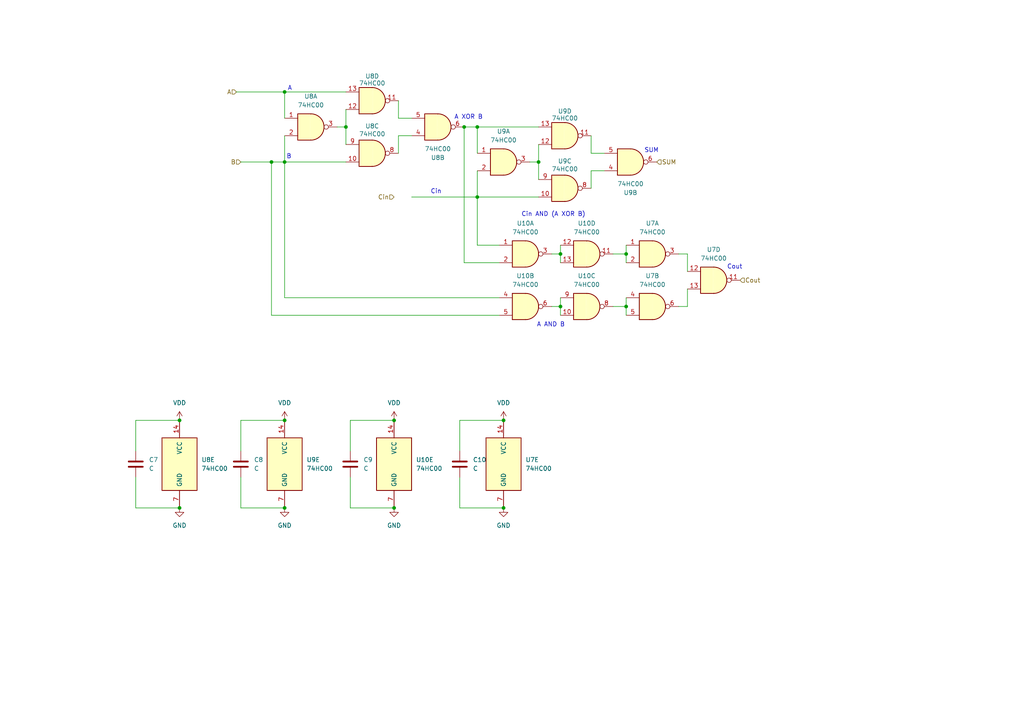
<source format=kicad_sch>
(kicad_sch (version 20231120) (generator "eeschema") (generator_version "8.0")
  (paper "A4")
  (lib_symbols
    (symbol "74xx:74HC00" (pin_names (offset 1.016))
      (property "Reference" "U" (at 0 1.27 0))
      (property "Value" "74HC00" (at 0 -1.27 0))
      (symbol "74HC00_1_1"
        (arc (start 0 -3.81) (mid 3.7934 0) (end 0 3.81) (stroke (width 0.254)) (fill (type background)))
        (polyline (pts (xy 0 3.81) (xy -3.81 3.81) (xy -3.81 -3.81) (xy 0 -3.81)) (stroke (width 0.254)) (fill (type background)))
        (pin input line (at -7.62 2.54 0) (length 3.81) (name "~") (number "1"))
        (pin input line (at -7.62 -2.54 0) (length 3.81) (name "~") (number "2"))
        (pin output inverted (at 7.62 0 180) (length 3.81) (name "~") (number "3"))
      )
      (symbol "74HC00_1_2"
        (arc (start -3.81 -3.81) (mid -2.589 0) (end -3.81 3.81) (stroke (width 0.254)))
        (arc (start -0.6096 -3.81) (mid 2.1842 -2.5851) (end 3.81 0) (stroke (width 0.254)) (fill (type background)))
        (polyline (pts (xy -3.81 -3.81) (xy -0.635 -3.81)) (stroke (width 0.254)) (fill (type background)))
        (polyline (pts (xy -3.81 3.81) (xy -0.635 3.81)) (stroke (width 0.254)) (fill (type background)))
        (polyline (pts (xy -0.635 3.81) (xy -3.81 3.81) (xy -3.81 3.81) (xy -3.556 3.4036) (xy -3.0226 2.2606) (xy -2.6924 1.0414) (xy -2.6162 -0.254) (xy -2.7686 -1.4986) (xy -3.175 -2.7178) (xy -3.81 -3.81) (xy -3.81 -3.81) (xy -0.635 -3.81)) (stroke (width -25.4)) (fill (type background)))
        (arc (start 3.81 0) (mid 2.1915 2.5936) (end -0.6096 3.81) (stroke (width 0.254)) (fill (type background)))
        (pin input inverted (at -7.62 2.54 0) (length 4.318) (name "~") (number "1"))
        (pin input inverted (at -7.62 -2.54 0) (length 4.318) (name "~") (number "2"))
        (pin output line (at 7.62 0 180) (length 3.81) (name "~") (number "3"))
      )
      (symbol "74HC00_2_1"
        (arc (start 0 -3.81) (mid 3.7934 0) (end 0 3.81) (stroke (width 0.254)) (fill (type background)))
        (polyline (pts (xy 0 3.81) (xy -3.81 3.81) (xy -3.81 -3.81) (xy 0 -3.81)) (stroke (width 0.254)) (fill (type background)))
        (pin input line (at -7.62 2.54 0) (length 3.81) (name "~") (number "4"))
        (pin input line (at -7.62 -2.54 0) (length 3.81) (name "~") (number "5"))
        (pin output inverted (at 7.62 0 180) (length 3.81) (name "~") (number "6"))
      )
      (symbol "74HC00_2_2"
        (arc (start -3.81 -3.81) (mid -2.589 0) (end -3.81 3.81) (stroke (width 0.254)))
        (arc (start -0.6096 -3.81) (mid 2.1842 -2.5851) (end 3.81 0) (stroke (width 0.254)) (fill (type background)))
        (polyline (pts (xy -3.81 -3.81) (xy -0.635 -3.81)) (stroke (width 0.254)) (fill (type background)))
        (polyline (pts (xy -3.81 3.81) (xy -0.635 3.81)) (stroke (width 0.254)) (fill (type background)))
        (polyline (pts (xy -0.635 3.81) (xy -3.81 3.81) (xy -3.81 3.81) (xy -3.556 3.4036) (xy -3.0226 2.2606) (xy -2.6924 1.0414) (xy -2.6162 -0.254) (xy -2.7686 -1.4986) (xy -3.175 -2.7178) (xy -3.81 -3.81) (xy -3.81 -3.81) (xy -0.635 -3.81)) (stroke (width -25.4)) (fill (type background)))
        (arc (start 3.81 0) (mid 2.1915 2.5936) (end -0.6096 3.81) (stroke (width 0.254)) (fill (type background)))
        (pin input inverted (at -7.62 2.54 0) (length 4.318) (name "~") (number "4"))
        (pin input inverted (at -7.62 -2.54 0) (length 4.318) (name "~") (number "5"))
        (pin output line (at 7.62 0 180) (length 3.81) (name "~") (number "6"))
      )
      (symbol "74HC00_3_1"
        (arc (start 0 -3.81) (mid 3.7934 0) (end 0 3.81) (stroke (width 0.254)) (fill (type background)))
        (polyline (pts (xy 0 3.81) (xy -3.81 3.81) (xy -3.81 -3.81) (xy 0 -3.81)) (stroke (width 0.254)) (fill (type background)))
        (pin input line (at -7.62 -2.54 0) (length 3.81) (name "~") (number "10"))
        (pin output inverted (at 7.62 0 180) (length 3.81) (name "~") (number "8"))
        (pin input line (at -7.62 2.54 0) (length 3.81) (name "~") (number "9"))
      )
      (symbol "74HC00_3_2"
        (arc (start -3.81 -3.81) (mid -2.589 0) (end -3.81 3.81) (stroke (width 0.254)))
        (arc (start -0.6096 -3.81) (mid 2.1842 -2.5851) (end 3.81 0) (stroke (width 0.254)) (fill (type background)))
        (polyline (pts (xy -3.81 -3.81) (xy -0.635 -3.81)) (stroke (width 0.254)) (fill (type background)))
        (polyline (pts (xy -3.81 3.81) (xy -0.635 3.81)) (stroke (width 0.254)) (fill (type background)))
        (polyline (pts (xy -0.635 3.81) (xy -3.81 3.81) (xy -3.81 3.81) (xy -3.556 3.4036) (xy -3.0226 2.2606) (xy -2.6924 1.0414) (xy -2.6162 -0.254) (xy -2.7686 -1.4986) (xy -3.175 -2.7178) (xy -3.81 -3.81) (xy -3.81 -3.81) (xy -0.635 -3.81)) (stroke (width -25.4)) (fill (type background)))
        (arc (start 3.81 0) (mid 2.1915 2.5936) (end -0.6096 3.81) (stroke (width 0.254)) (fill (type background)))
        (pin input inverted (at -7.62 -2.54 0) (length 4.318) (name "~") (number "10"))
        (pin output line (at 7.62 0 180) (length 3.81) (name "~") (number "8"))
        (pin input inverted (at -7.62 2.54 0) (length 4.318) (name "~") (number "9"))
      )
      (symbol "74HC00_4_1"
        (arc (start 0 -3.81) (mid 3.7934 0) (end 0 3.81) (stroke (width 0.254)) (fill (type background)))
        (polyline (pts (xy 0 3.81) (xy -3.81 3.81) (xy -3.81 -3.81) (xy 0 -3.81)) (stroke (width 0.254)) (fill (type background)))
        (pin output inverted (at 7.62 0 180) (length 3.81) (name "~") (number "11"))
        (pin input line (at -7.62 2.54 0) (length 3.81) (name "~") (number "12"))
        (pin input line (at -7.62 -2.54 0) (length 3.81) (name "~") (number "13"))
      )
      (symbol "74HC00_4_2"
        (arc (start -3.81 -3.81) (mid -2.589 0) (end -3.81 3.81) (stroke (width 0.254)))
        (arc (start -0.6096 -3.81) (mid 2.1842 -2.5851) (end 3.81 0) (stroke (width 0.254)) (fill (type background)))
        (polyline (pts (xy -3.81 -3.81) (xy -0.635 -3.81)) (stroke (width 0.254)) (fill (type background)))
        (polyline (pts (xy -3.81 3.81) (xy -0.635 3.81)) (stroke (width 0.254)) (fill (type background)))
        (polyline (pts (xy -0.635 3.81) (xy -3.81 3.81) (xy -3.81 3.81) (xy -3.556 3.4036) (xy -3.0226 2.2606) (xy -2.6924 1.0414) (xy -2.6162 -0.254) (xy -2.7686 -1.4986) (xy -3.175 -2.7178) (xy -3.81 -3.81) (xy -3.81 -3.81) (xy -0.635 -3.81)) (stroke (width -25.4)) (fill (type background)))
        (arc (start 3.81 0) (mid 2.1915 2.5936) (end -0.6096 3.81) (stroke (width 0.254)) (fill (type background)))
        (pin output line (at 7.62 0 180) (length 3.81) (name "~") (number "11"))
        (pin input inverted (at -7.62 2.54 0) (length 4.318) (name "~") (number "12"))
        (pin input inverted (at -7.62 -2.54 0) (length 4.318) (name "~") (number "13"))
      )
      (symbol "74HC00_5_0"
        (pin power_in line (at 0 12.7 270) (length 5.08) (name "VCC") (number "14"))
        (pin power_in line (at 0 -12.7 90) (length 5.08) (name "GND") (number "7"))
      )
      (symbol "74HC00_5_1"
        (rectangle (start -5.08 7.62) (end 5.08 -7.62) (stroke (width 0.254)) (fill (type background)))
      )
    )
    (symbol "Device:C" (pin_numbers hide) (pin_names (offset 0.254))
      (property "Reference" "C" (at 0.635 2.54 0))
      (property "Value" "C" (at 0.635 -2.54 0))
      (symbol "C_0_1"
        (polyline (pts (xy -2.032 -0.762) (xy 2.032 -0.762)) (stroke (width 0.508)))
        (polyline (pts (xy -2.032 0.762) (xy 2.032 0.762)) (stroke (width 0.508)))
      )
      (symbol "C_1_1"
        (pin passive line (at 0 3.81 270) (length 2.794) (name "~") (number "1"))
        (pin passive line (at 0 -3.81 90) (length 2.794) (name "~") (number "2"))
      )
    )
    (symbol "power:GND" (power) (pin_numbers hide) (pin_names (offset 0) hide)
      (property "Value" "GND" (at 0 -3.81 0))
      (symbol "GND_0_1"
        (polyline (pts (xy 0 0) (xy 0 -1.27) (xy 1.27 -1.27) (xy 0 -2.54) (xy -1.27 -1.27) (xy 0 -1.27)))
      )
      (symbol "GND_1_1"
        (pin power_in line (at 0 0 270) (length 0) (name "~") (number "1"))
      )
    )
    (symbol "power:VDD" (power) (pin_numbers hide) (pin_names (offset 0) hide)
      (property "Value" "VDD" (at 0 3.556 0))
      (symbol "VDD_0_1"
        (polyline (pts (xy -0.762 1.27) (xy 0 2.54)))
        (polyline (pts (xy 0 0) (xy 0 2.54)))
        (polyline (pts (xy 0 2.54) (xy 0.762 1.27)))
      )
      (symbol "VDD_1_1"
        (pin power_in line (at 0 0 90) (length 0) (name "~") (number "1"))
      )
    )
  )
  (junction (at 181.61 73.66))
  (junction (at 162.56 88.9))
  (junction (at 100.33 36.83))
  (junction (at 146.05 147.32))
  (junction (at 162.56 73.66))
  (junction (at 114.3 147.32))
  (junction (at 82.55 46.99))
  (junction (at 82.55 147.32))
  (junction (at 52.07 147.32))
  (junction (at 181.61 88.9))
  (junction (at 138.43 57.15))
  (junction (at 138.43 36.83))
  (junction (at 156.21 46.99))
  (junction (at 134.62 36.83))
  (junction (at 146.05 121.92))
  (junction (at 82.55 121.92))
  (junction (at 52.07 121.92))
  (junction (at 114.3 121.92))
  (junction (at 82.55 26.67))
  (junction (at 78.74 46.99))
  (wire (pts (xy 146.05 147.32) (xy 133.35 147.32)))
  (wire (pts (xy 78.74 46.99) (xy 82.55 46.99)))
  (wire (pts (xy 144.78 76.2) (xy 134.62 76.2)))
  (wire (pts (xy 144.78 86.36) (xy 82.55 86.36)))
  (wire (pts (xy 144.78 71.12) (xy 138.43 71.12)))
  (wire (pts (xy 171.45 44.45) (xy 175.26 44.45)))
  (wire (pts (xy 82.55 147.32) (xy 69.85 147.32)))
  (wire (pts (xy 196.85 88.9) (xy 199.39 88.9)))
  (wire (pts (xy 162.56 86.36) (xy 162.56 88.9)))
  (wire (pts (xy 100.33 36.83) (xy 100.33 41.91)))
  (wire (pts (xy 181.61 86.36) (xy 181.61 88.9)))
  (wire (pts (xy 100.33 26.67) (xy 82.55 26.67)))
  (wire (pts (xy 82.55 86.36) (xy 82.55 46.99)))
  (wire (pts (xy 146.05 121.92) (xy 133.35 121.92)))
  (wire (pts (xy 160.02 88.9) (xy 162.56 88.9)))
  (wire (pts (xy 100.33 46.99) (xy 82.55 46.99)))
  (wire (pts (xy 171.45 54.61) (xy 171.45 49.53)))
  (wire (pts (xy 138.43 49.53) (xy 138.43 57.15)))
  (wire (pts (xy 138.43 71.12) (xy 138.43 57.15)))
  (wire (pts (xy 177.8 88.9) (xy 181.61 88.9)))
  (wire (pts (xy 100.33 31.75) (xy 100.33 36.83)))
  (wire (pts (xy 171.45 39.37) (xy 171.45 44.45)))
  (wire (pts (xy 114.3 147.32) (xy 101.6 147.32)))
  (wire (pts (xy 199.39 78.74) (xy 199.39 73.66)))
  (wire (pts (xy 39.37 121.92) (xy 39.37 130.81)))
  (wire (pts (xy 115.57 39.37) (xy 119.38 39.37)))
  (wire (pts (xy 156.21 41.91) (xy 156.21 46.99)))
  (wire (pts (xy 68.58 26.67) (xy 82.55 26.67)))
  (wire (pts (xy 162.56 73.66) (xy 162.56 71.12)))
  (wire (pts (xy 199.39 73.66) (xy 196.85 73.66)))
  (wire (pts (xy 97.79 36.83) (xy 100.33 36.83)))
  (wire (pts (xy 144.78 91.44) (xy 78.74 91.44)))
  (wire (pts (xy 78.74 91.44) (xy 78.74 46.99)))
  (wire (pts (xy 153.67 46.99) (xy 156.21 46.99)))
  (wire (pts (xy 114.3 121.92) (xy 101.6 121.92)))
  (wire (pts (xy 52.07 147.32) (xy 39.37 147.32)))
  (wire (pts (xy 156.21 36.83) (xy 138.43 36.83)))
  (wire (pts (xy 69.85 121.92) (xy 69.85 130.81)))
  (wire (pts (xy 69.85 46.99) (xy 78.74 46.99)))
  (wire (pts (xy 199.39 88.9) (xy 199.39 83.82)))
  (wire (pts (xy 134.62 76.2) (xy 134.62 36.83)))
  (wire (pts (xy 119.38 57.15) (xy 138.43 57.15)))
  (wire (pts (xy 181.61 73.66) (xy 181.61 76.2)))
  (wire (pts (xy 101.6 147.32) (xy 101.6 138.43)))
  (wire (pts (xy 160.02 73.66) (xy 162.56 73.66)))
  (wire (pts (xy 171.45 49.53) (xy 175.26 49.53)))
  (wire (pts (xy 181.61 71.12) (xy 181.61 73.66)))
  (wire (pts (xy 101.6 121.92) (xy 101.6 130.81)))
  (wire (pts (xy 82.55 26.67) (xy 82.55 34.29)))
  (wire (pts (xy 156.21 57.15) (xy 138.43 57.15)))
  (wire (pts (xy 133.35 121.92) (xy 133.35 130.81)))
  (wire (pts (xy 134.62 36.83) (xy 138.43 36.83)))
  (wire (pts (xy 115.57 29.21) (xy 115.57 34.29)))
  (wire (pts (xy 82.55 121.92) (xy 69.85 121.92)))
  (wire (pts (xy 82.55 39.37) (xy 82.55 46.99)))
  (wire (pts (xy 115.57 34.29) (xy 119.38 34.29)))
  (wire (pts (xy 52.07 121.92) (xy 39.37 121.92)))
  (wire (pts (xy 115.57 44.45) (xy 115.57 39.37)))
  (wire (pts (xy 138.43 36.83) (xy 138.43 44.45)))
  (wire (pts (xy 156.21 46.99) (xy 156.21 52.07)))
  (wire (pts (xy 69.85 147.32) (xy 69.85 138.43)))
  (wire (pts (xy 181.61 88.9) (xy 181.61 91.44)))
  (wire (pts (xy 39.37 147.32) (xy 39.37 138.43)))
  (wire (pts (xy 162.56 88.9) (xy 162.56 91.44)))
  (wire (pts (xy 162.56 73.66) (xy 162.56 76.2)))
  (wire (pts (xy 133.35 147.32) (xy 133.35 138.43)))
  (wire (pts (xy 177.8 73.66) (xy 181.61 73.66)))
  (text "A AND B" (at 159.766 94.234 0) (effects (font (size 1.27 1.27))))
  (text "B" (at 83.82 45.466 0) (effects (font (size 1.27 1.27))))
  (text "Cin" (at 126.492 55.626 0) (effects (font (size 1.27 1.27))))
  (text "Cout" (at 213.106 77.47 0) (effects (font (size 1.27 1.27))))
  (text "A XOR B" (at 135.89 34.036 0) (effects (font (size 1.27 1.27))))
  (text "SUM" (at 188.976 43.688 0) (effects (font (size 1.27 1.27))))
  (text "Cin AND (A XOR B)" (at 160.528 62.23 0) (effects (font (size 1.27 1.27))))
  (text "A" (at 84.074 25.654 0) (effects (font (size 1.27 1.27))))
  (hierarchical_label "SUM" (shape input) (at 190.5 46.99 0))
  (hierarchical_label "A" (shape input) (at 68.58 26.67 180))
  (hierarchical_label "Cin" (shape input) (at 114.3 57.15 180))
  (hierarchical_label "B" (shape input) (at 69.85 46.99 180))
  (hierarchical_label "Cout" (shape input) (at 214.63 81.28 0))
  (symbol (lib_id "74xx:74HC00") (at 146.05 46.99 0) (unit 1)
    (property "Reference" "U9" (at 146.0417 38.1 0))
    (property "Value" "74HC00" (at 146.0417 40.64 0))
    (property "Datasheet" "http://www.ti.com/lit/gpn/sn74hc00" (effects (hide yes)))
    (property "Description" "quad 2-input NAND gate" (effects (hide yes)))
  )
  (symbol (lib_id "74xx:74HC00") (at 207.01 81.28 0) (unit 4)
    (property "Reference" "U7" (at 207.0017 72.39 0))
    (property "Value" "74HC00" (at 207.0017 74.93 0))
    (property "Datasheet" "http://www.ti.com/lit/gpn/sn74hc00" (effects (hide yes)))
    (property "Description" "quad 2-input NAND gate" (effects (hide yes)))
  )
  (symbol (lib_id "power:GND") (at 114.3 147.32 0) (unit 1)
    (property "Reference" "#PWR020" (effects (hide yes)))
    (property "Value" "GND" (at 114.3 152.4 0))
    (property "Description" "Power symbol creates a global label with name \"GND\" , ground" (effects (hide yes)))
  )
  (symbol (lib_id "74xx:74HC00") (at 127 36.83 0) (mirror x) (unit 2)
    (property "Reference" "U8" (at 126.9917 45.72 0))
    (property "Value" "74HC00" (at 126.9917 43.18 0))
    (property "Datasheet" "http://www.ti.com/lit/gpn/sn74hc00" (effects (hide yes)))
    (property "Description" "quad 2-input NAND gate" (effects (hide yes)))
  )
  (symbol (lib_id "Device:C") (at 133.35 134.62 0) (unit 1)
    (property "Reference" "C10" (at 137.16 133.3499 0) (effects (justify left)))
    (property "Value" "C" (at 137.16 135.8899 0) (effects (justify left)))
    (property "Description" "Unpolarized capacitor" (effects (hide yes)))
  )
  (symbol (lib_id "74xx:74HC00") (at 90.17 36.83 0) (unit 1)
    (property "Reference" "U8" (at 90.1617 27.94 0))
    (property "Value" "74HC00" (at 90.1617 30.48 0))
    (property "Datasheet" "http://www.ti.com/lit/gpn/sn74hc00" (effects (hide yes)))
    (property "Description" "quad 2-input NAND gate" (effects (hide yes)))
  )
  (symbol (lib_id "74xx:74HC00") (at 163.83 54.61 0) (unit 3)
    (property "Reference" "U9" (at 163.83 46.736 0))
    (property "Value" "74HC00" (at 163.83 49.022 0))
    (property "Datasheet" "http://www.ti.com/lit/gpn/sn74hc00" (effects (hide yes)))
    (property "Description" "quad 2-input NAND gate" (effects (hide yes)))
  )
  (symbol (lib_id "Device:C") (at 39.37 134.62 0) (unit 1)
    (property "Reference" "C7" (at 43.18 133.3499 0) (effects (justify left)))
    (property "Value" "C" (at 43.18 135.8899 0) (effects (justify left)))
    (property "Description" "Unpolarized capacitor" (effects (hide yes)))
  )
  (symbol (lib_id "74xx:74HC00") (at 114.3 134.62 0) (unit 5)
    (property "Reference" "U10" (at 120.65 133.3499 0) (effects (justify left)))
    (property "Value" "74HC00" (at 120.65 135.8899 0) (effects (justify left)))
    (property "Datasheet" "http://www.ti.com/lit/gpn/sn74hc00" (effects (hide yes)))
    (property "Description" "quad 2-input NAND gate" (effects (hide yes)))
  )
  (symbol (lib_id "power:VDD") (at 52.07 121.92 0) (unit 1)
    (property "Reference" "#PWR015" (effects (hide yes)))
    (property "Value" "VDD" (at 52.07 116.84 0))
    (property "Description" "Power symbol creates a global label with name \"VDD\"" (effects (hide yes)))
  )
  (symbol (lib_id "74xx:74HC00") (at 182.88 46.99 0) (mirror x) (unit 2)
    (property "Reference" "U9" (at 182.8717 55.88 0))
    (property "Value" "74HC00" (at 182.8717 53.34 0))
    (property "Datasheet" "http://www.ti.com/lit/gpn/sn74hc00" (effects (hide yes)))
    (property "Description" "quad 2-input NAND gate" (effects (hide yes)))
  )
  (symbol (lib_id "Device:C") (at 69.85 134.62 0) (unit 1)
    (property "Reference" "C8" (at 73.66 133.3499 0) (effects (justify left)))
    (property "Value" "C" (at 73.66 135.8899 0) (effects (justify left)))
    (property "Description" "Unpolarized capacitor" (effects (hide yes)))
  )
  (symbol (lib_id "74xx:74HC00") (at 152.4 73.66 0) (unit 1)
    (property "Reference" "U10" (at 152.3917 64.77 0))
    (property "Value" "74HC00" (at 152.3917 67.31 0))
    (property "Datasheet" "http://www.ti.com/lit/gpn/sn74hc00" (effects (hide yes)))
    (property "Description" "quad 2-input NAND gate" (effects (hide yes)))
  )
  (symbol (lib_id "74xx:74HC00") (at 170.18 88.9 0) (unit 3)
    (property "Reference" "U10" (at 170.1717 80.01 0))
    (property "Value" "74HC00" (at 170.1717 82.55 0))
    (property "Datasheet" "http://www.ti.com/lit/gpn/sn74hc00" (effects (hide yes)))
    (property "Description" "quad 2-input NAND gate" (effects (hide yes)))
  )
  (symbol (lib_id "power:VDD") (at 146.05 121.92 0) (unit 1)
    (property "Reference" "#PWR021" (effects (hide yes)))
    (property "Value" "VDD" (at 146.05 116.84 0))
    (property "Description" "Power symbol creates a global label with name \"VDD\"" (effects (hide yes)))
  )
  (symbol (lib_id "74xx:74HC00") (at 189.23 88.9 0) (unit 2)
    (property "Reference" "U7" (at 189.2217 80.01 0))
    (property "Value" "74HC00" (at 189.2217 82.55 0))
    (property "Datasheet" "http://www.ti.com/lit/gpn/sn74hc00" (effects (hide yes)))
    (property "Description" "quad 2-input NAND gate" (effects (hide yes)))
  )
  (symbol (lib_id "74xx:74HC00") (at 107.95 29.21 0) (mirror x) (unit 4)
    (property "Reference" "U8" (at 107.95 22.098 0))
    (property "Value" "74HC00" (at 107.95 24.13 0))
    (property "Datasheet" "http://www.ti.com/lit/gpn/sn74hc00" (effects (hide yes)))
    (property "Description" "quad 2-input NAND gate" (effects (hide yes)))
  )
  (symbol (lib_id "power:VDD") (at 114.3 121.92 0) (unit 1)
    (property "Reference" "#PWR019" (effects (hide yes)))
    (property "Value" "VDD" (at 114.3 116.84 0))
    (property "Description" "Power symbol creates a global label with name \"VDD\"" (effects (hide yes)))
  )
  (symbol (lib_id "power:GND") (at 82.55 147.32 0) (unit 1)
    (property "Reference" "#PWR018" (effects (hide yes)))
    (property "Value" "GND" (at 82.55 152.4 0))
    (property "Description" "Power symbol creates a global label with name \"GND\" , ground" (effects (hide yes)))
  )
  (symbol (lib_id "Device:C") (at 101.6 134.62 0) (unit 1)
    (property "Reference" "C9" (at 105.41 133.3499 0) (effects (justify left)))
    (property "Value" "C" (at 105.41 135.8899 0) (effects (justify left)))
    (property "Description" "Unpolarized capacitor" (effects (hide yes)))
  )
  (symbol (lib_id "74xx:74HC00") (at 107.95 44.45 0) (unit 3)
    (property "Reference" "U8" (at 107.95 36.576 0))
    (property "Value" "74HC00" (at 107.95 38.862 0))
    (property "Datasheet" "http://www.ti.com/lit/gpn/sn74hc00" (effects (hide yes)))
    (property "Description" "quad 2-input NAND gate" (effects (hide yes)))
  )
  (symbol (lib_id "74xx:74HC00") (at 189.23 73.66 0) (unit 1)
    (property "Reference" "U7" (at 189.2217 64.77 0))
    (property "Value" "74HC00" (at 189.2217 67.31 0))
    (property "Datasheet" "http://www.ti.com/lit/gpn/sn74hc00" (effects (hide yes)))
    (property "Description" "quad 2-input NAND gate" (effects (hide yes)))
  )
  (symbol (lib_id "74xx:74HC00") (at 146.05 134.62 0) (unit 5)
    (property "Reference" "U7" (at 152.4 133.3499 0) (effects (justify left)))
    (property "Value" "74HC00" (at 152.4 135.8899 0) (effects (justify left)))
    (property "Datasheet" "http://www.ti.com/lit/gpn/sn74hc00" (effects (hide yes)))
    (property "Description" "quad 2-input NAND gate" (effects (hide yes)))
  )
  (symbol (lib_id "74xx:74HC00") (at 163.83 39.37 0) (mirror x) (unit 4)
    (property "Reference" "U9" (at 163.83 32.258 0))
    (property "Value" "74HC00" (at 163.83 34.29 0))
    (property "Datasheet" "http://www.ti.com/lit/gpn/sn74hc00" (effects (hide yes)))
    (property "Description" "quad 2-input NAND gate" (effects (hide yes)))
  )
  (symbol (lib_id "power:GND") (at 52.07 147.32 0) (unit 1)
    (property "Reference" "#PWR016" (effects (hide yes)))
    (property "Value" "GND" (at 52.07 152.4 0))
    (property "Description" "Power symbol creates a global label with name \"GND\" , ground" (effects (hide yes)))
  )
  (symbol (lib_id "74xx:74HC00") (at 82.55 134.62 0) (unit 5)
    (property "Reference" "U9" (at 88.9 133.3499 0) (effects (justify left)))
    (property "Value" "74HC00" (at 88.9 135.8899 0) (effects (justify left)))
    (property "Datasheet" "http://www.ti.com/lit/gpn/sn74hc00" (effects (hide yes)))
    (property "Description" "quad 2-input NAND gate" (effects (hide yes)))
  )
  (symbol (lib_id "74xx:74HC00") (at 52.07 134.62 0) (unit 5)
    (property "Reference" "U8" (at 58.42 133.3499 0) (effects (justify left)))
    (property "Value" "74HC00" (at 58.42 135.8899 0) (effects (justify left)))
    (property "Datasheet" "http://www.ti.com/lit/gpn/sn74hc00" (effects (hide yes)))
    (property "Description" "quad 2-input NAND gate" (effects (hide yes)))
  )
  (symbol (lib_id "74xx:74HC00") (at 170.18 73.66 0) (unit 4)
    (property "Reference" "U10" (at 170.1717 64.77 0))
    (property "Value" "74HC00" (at 170.1717 67.31 0))
    (property "Datasheet" "http://www.ti.com/lit/gpn/sn74hc00" (effects (hide yes)))
    (property "Description" "quad 2-input NAND gate" (effects (hide yes)))
  )
  (symbol (lib_id "power:GND") (at 146.05 147.32 0) (unit 1)
    (property "Reference" "#PWR022" (effects (hide yes)))
    (property "Value" "GND" (at 146.05 152.4 0))
    (property "Description" "Power symbol creates a global label with name \"GND\" , ground" (effects (hide yes)))
  )
  (symbol (lib_id "power:VDD") (at 82.55 121.92 0) (unit 1)
    (property "Reference" "#PWR017" (effects (hide yes)))
    (property "Value" "VDD" (at 82.55 116.84 0))
    (property "Description" "Power symbol creates a global label with name \"VDD\"" (effects (hide yes)))
  )
  (symbol (lib_id "74xx:74HC00") (at 152.4 88.9 0) (unit 2)
    (property "Reference" "U10" (at 152.3917 80.01 0))
    (property "Value" "74HC00" (at 152.3917 82.55 0))
    (property "Datasheet" "http://www.ti.com/lit/gpn/sn74hc00" (effects (hide yes)))
    (property "Description" "quad 2-input NAND gate" (effects (hide yes)))
  )
)
</source>
